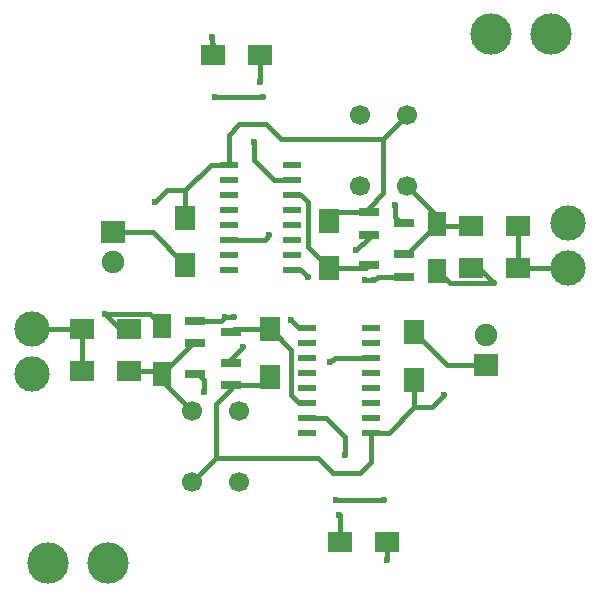
<source format=gbl>
G04 #@! TF.FileFunction,Copper,L2,Bot,Signal*
%FSLAX46Y46*%
G04 Gerber Fmt 4.6, Leading zero omitted, Abs format (unit mm)*
G04 Created by KiCad (PCBNEW 0.201603210401+6634~43~ubuntu14.04.1-product) date mån 28 mar 2016 17:18:37*
%MOMM*%
G01*
G04 APERTURE LIST*
%ADD10C,0.050000*%
%ADD11R,1.500000X0.600000*%
%ADD12R,2.000000X1.700000*%
%ADD13R,1.700000X2.000000*%
%ADD14R,1.800860X0.800100*%
%ADD15R,1.600000X2.000000*%
%ADD16C,3.500120*%
%ADD17C,1.700000*%
%ADD18C,2.999740*%
%ADD19R,2.000000X1.900000*%
%ADD20C,1.900000*%
%ADD21C,0.600000*%
%ADD22C,0.400000*%
G04 APERTURE END LIST*
D10*
D11*
X131033500Y-127444500D03*
X131033500Y-128714500D03*
X131033500Y-129984500D03*
X131033500Y-131254500D03*
X131033500Y-132524500D03*
X131033500Y-133794500D03*
X131033500Y-135064500D03*
X131033500Y-136334500D03*
X125633500Y-136334500D03*
X125633500Y-135064500D03*
X125633500Y-133794500D03*
X125633500Y-132524500D03*
X125633500Y-131254500D03*
X125633500Y-129984500D03*
X125633500Y-128714500D03*
X125633500Y-127444500D03*
D12*
X132365500Y-145605500D03*
X128365500Y-145605500D03*
D13*
X134683500Y-127857500D03*
X134683500Y-131857500D03*
X122491500Y-127603500D03*
X122491500Y-131603500D03*
D12*
X106521500Y-127571500D03*
X110521500Y-127571500D03*
D14*
X119166640Y-130431500D03*
X119166640Y-132331500D03*
X116164360Y-131381500D03*
X116164360Y-128775500D03*
X116164360Y-126875500D03*
X119166640Y-127825500D03*
D15*
X113347500Y-127349500D03*
X113347500Y-131349500D03*
D12*
X106521500Y-131127500D03*
X110521500Y-131127500D03*
D16*
X108775500Y-147383500D03*
X103695500Y-147383500D03*
D17*
X119887500Y-134525500D03*
X119887500Y-140525500D03*
X115887500Y-134525500D03*
X115887500Y-140525500D03*
D18*
X102323900Y-127596900D03*
X102323900Y-131406900D03*
D19*
X140779500Y-130619500D03*
D20*
X140779500Y-128079500D03*
D15*
X136652000Y-122650000D03*
X136652000Y-118650000D03*
D19*
X109220000Y-119380000D03*
D20*
X109220000Y-121920000D03*
D14*
X133835140Y-121224000D03*
X133835140Y-123124000D03*
X130832860Y-122174000D03*
X130832860Y-119568000D03*
X130832860Y-117668000D03*
X133835140Y-118618000D03*
D12*
X143478000Y-118872000D03*
X139478000Y-118872000D03*
X143478000Y-122428000D03*
X139478000Y-122428000D03*
D13*
X115316000Y-122142000D03*
X115316000Y-118142000D03*
D12*
X117634000Y-104394000D03*
X121634000Y-104394000D03*
D13*
X127508000Y-122396000D03*
X127508000Y-118396000D03*
D17*
X130112000Y-115474000D03*
X130112000Y-109474000D03*
X134112000Y-115474000D03*
X134112000Y-109474000D03*
D11*
X118966000Y-122555000D03*
X118966000Y-121285000D03*
X118966000Y-120015000D03*
X118966000Y-118745000D03*
X118966000Y-117475000D03*
X118966000Y-116205000D03*
X118966000Y-114935000D03*
X118966000Y-113665000D03*
X124366000Y-113665000D03*
X124366000Y-114935000D03*
X124366000Y-116205000D03*
X124366000Y-117475000D03*
X124366000Y-118745000D03*
X124366000Y-120015000D03*
X124366000Y-121285000D03*
X124366000Y-122555000D03*
D18*
X147675600Y-122402600D03*
X147675600Y-118592600D03*
D16*
X141224000Y-102616000D03*
X146304000Y-102616000D03*
D21*
X128079500Y-142049500D03*
X132143500Y-142049500D03*
X117856000Y-107950000D03*
X121920000Y-107950000D03*
X137223500Y-133159500D03*
X112776000Y-116840000D03*
X108521500Y-126301500D03*
X141478000Y-123698000D03*
X119443500Y-126555500D03*
X118681500Y-126555500D03*
X124269500Y-126809500D03*
X130556000Y-123444000D03*
X125730000Y-123190000D03*
X131318000Y-123444000D03*
X116903500Y-132905500D03*
X133096000Y-117094000D03*
X120205500Y-129095500D03*
X129794000Y-120904000D03*
X127571500Y-130365500D03*
X122428000Y-119634000D03*
X132397500Y-147129500D03*
X117602000Y-102870000D03*
X128841500Y-138239500D03*
X128333500Y-143319500D03*
X121666000Y-106680000D03*
X121158000Y-111760000D03*
D22*
X102323900Y-127596900D02*
X102990900Y-127596900D01*
X102990900Y-127596900D02*
X103016300Y-127571500D01*
X103016300Y-127571500D02*
X106521500Y-127571500D01*
X106521500Y-127571500D02*
X106521500Y-131127500D01*
X143478000Y-122428000D02*
X143478000Y-118872000D01*
X147675600Y-122402600D02*
X147008600Y-122402600D01*
X147008600Y-122402600D02*
X146983200Y-122428000D01*
X146983200Y-122428000D02*
X143478000Y-122428000D01*
X128079500Y-142049500D02*
X132143500Y-142049500D01*
X121920000Y-107950000D02*
X117856000Y-107950000D01*
X119166640Y-132331500D02*
X119166640Y-132674360D01*
X121763500Y-132331500D02*
X122491500Y-131603500D01*
X119166640Y-132331500D02*
X121763500Y-132331500D01*
X117919500Y-138493500D02*
X115887500Y-140525500D01*
X117919500Y-133921500D02*
X117919500Y-138493500D01*
X119166640Y-132674360D02*
X117919500Y-133921500D01*
X117919500Y-138493500D02*
X126555500Y-138493500D01*
X132524500Y-136334500D02*
X134683500Y-134175500D01*
X131033500Y-136334500D02*
X132524500Y-136334500D01*
X126555500Y-138493500D02*
X127825500Y-139763500D01*
X127825500Y-139763500D02*
X130111500Y-139763500D01*
X130111500Y-139763500D02*
X131033500Y-138841500D01*
X131033500Y-138841500D02*
X131033500Y-136334500D01*
X134683500Y-134175500D02*
X134683500Y-131857500D01*
X136207500Y-134175500D02*
X137223500Y-133159500D01*
X134683500Y-134175500D02*
X136207500Y-134175500D01*
X115316000Y-115824000D02*
X113792000Y-115824000D01*
X113792000Y-115824000D02*
X112776000Y-116840000D01*
X118966000Y-113665000D02*
X117475000Y-113665000D01*
X115316000Y-115824000D02*
X115316000Y-118142000D01*
X117475000Y-113665000D02*
X115316000Y-115824000D01*
X132080000Y-111506000D02*
X123444000Y-111506000D01*
X118966000Y-111158000D02*
X118966000Y-113665000D01*
X119888000Y-110236000D02*
X118966000Y-111158000D01*
X122174000Y-110236000D02*
X119888000Y-110236000D01*
X123444000Y-111506000D02*
X122174000Y-110236000D01*
X130832860Y-117668000D02*
X128236000Y-117668000D01*
X128236000Y-117668000D02*
X127508000Y-118396000D01*
X130832860Y-117668000D02*
X130832860Y-117325140D01*
X130832860Y-117325140D02*
X132080000Y-116078000D01*
X132080000Y-116078000D02*
X132080000Y-111506000D01*
X132080000Y-111506000D02*
X134112000Y-109474000D01*
X113125500Y-127571500D02*
X113347500Y-127349500D01*
X108521500Y-126301500D02*
X109791500Y-127571500D01*
X112299500Y-126301500D02*
X113347500Y-127349500D01*
X108521500Y-126301500D02*
X112299500Y-126301500D01*
X109791500Y-127571500D02*
X110521500Y-127571500D01*
X141478000Y-123698000D02*
X137700000Y-123698000D01*
X137700000Y-123698000D02*
X136652000Y-122650000D01*
X136874000Y-122428000D02*
X136652000Y-122650000D01*
X141478000Y-123698000D02*
X140208000Y-122428000D01*
X140208000Y-122428000D02*
X139478000Y-122428000D01*
X113125500Y-131127500D02*
X113347500Y-131349500D01*
X113347500Y-131985500D02*
X115887500Y-134525500D01*
X113347500Y-131349500D02*
X113347500Y-131985500D01*
X115921500Y-128775500D02*
X113347500Y-131349500D01*
X116164360Y-128775500D02*
X115921500Y-128775500D01*
X110521500Y-131127500D02*
X113125500Y-131127500D01*
X133835140Y-121224000D02*
X134078000Y-121224000D01*
X134078000Y-121224000D02*
X136652000Y-118650000D01*
X136652000Y-118650000D02*
X136652000Y-118014000D01*
X136652000Y-118014000D02*
X134112000Y-115474000D01*
X139478000Y-118872000D02*
X136874000Y-118872000D01*
X136874000Y-118872000D02*
X136652000Y-118650000D01*
X124904500Y-127444500D02*
X124269500Y-126809500D01*
X125633500Y-127444500D02*
X124904500Y-127444500D01*
X118681500Y-126555500D02*
X118361500Y-126875500D01*
X118681500Y-126555500D02*
X119443500Y-126555500D01*
X118361500Y-126875500D02*
X116164360Y-126875500D01*
X131318000Y-123444000D02*
X130556000Y-123444000D01*
X124366000Y-122555000D02*
X125095000Y-122555000D01*
X125095000Y-122555000D02*
X125730000Y-123190000D01*
X131638000Y-123124000D02*
X133835140Y-123124000D01*
X131318000Y-123444000D02*
X131638000Y-123124000D01*
X116395500Y-131381500D02*
X116164360Y-131381500D01*
X116903500Y-131889500D02*
X116395500Y-131381500D01*
X116903500Y-132905500D02*
X116903500Y-131889500D01*
X133096000Y-117094000D02*
X133096000Y-118110000D01*
X133096000Y-118110000D02*
X133604000Y-118618000D01*
X133604000Y-118618000D02*
X133835140Y-118618000D01*
X137445500Y-130619500D02*
X134683500Y-127857500D01*
X140779500Y-130619500D02*
X137445500Y-130619500D01*
X109220000Y-119380000D02*
X112554000Y-119380000D01*
X112554000Y-119380000D02*
X115316000Y-122142000D01*
X124269500Y-129349500D02*
X124269500Y-133159500D01*
X122523500Y-127603500D02*
X124269500Y-129349500D01*
X122491500Y-127603500D02*
X119388640Y-127603500D01*
X122491500Y-127603500D02*
X122523500Y-127603500D01*
X119388640Y-127603500D02*
X119166640Y-127825500D01*
X124269500Y-133159500D02*
X124904500Y-133794500D01*
X124904500Y-133794500D02*
X125633500Y-133794500D01*
X127508000Y-122396000D02*
X127476000Y-122396000D01*
X127476000Y-122396000D02*
X125730000Y-120650000D01*
X125730000Y-116840000D02*
X125095000Y-116205000D01*
X125730000Y-120650000D02*
X125730000Y-116840000D01*
X125095000Y-116205000D02*
X124366000Y-116205000D01*
X127508000Y-122396000D02*
X130610860Y-122396000D01*
X130610860Y-122396000D02*
X130832860Y-122174000D01*
X119166640Y-130134360D02*
X120205500Y-129095500D01*
X119166640Y-130431500D02*
X119166640Y-130134360D01*
X130832860Y-119568000D02*
X130832860Y-119865140D01*
X130832860Y-119865140D02*
X129794000Y-120904000D01*
X131033500Y-129984500D02*
X127952500Y-129984500D01*
X127952500Y-129984500D02*
X127571500Y-130365500D01*
X118966000Y-120015000D02*
X122047000Y-120015000D01*
X122047000Y-120015000D02*
X122428000Y-119634000D01*
X132365500Y-146589500D02*
X132397500Y-146621500D01*
X132397500Y-146621500D02*
X132397500Y-147129500D01*
X132365500Y-145605500D02*
X132365500Y-146589500D01*
X117634000Y-104394000D02*
X117634000Y-103410000D01*
X117602000Y-103378000D02*
X117602000Y-102870000D01*
X117634000Y-103410000D02*
X117602000Y-103378000D01*
X128333500Y-143319500D02*
X128365500Y-143351500D01*
X128365500Y-143351500D02*
X128365500Y-145605500D01*
X127190500Y-135064500D02*
X128841500Y-136715500D01*
X128841500Y-136715500D02*
X128841500Y-138239500D01*
X125633500Y-135064500D02*
X127190500Y-135064500D01*
X121634000Y-106648000D02*
X121634000Y-104394000D01*
X121666000Y-106680000D02*
X121634000Y-106648000D01*
X124366000Y-114935000D02*
X122809000Y-114935000D01*
X121158000Y-113284000D02*
X121158000Y-111760000D01*
X122809000Y-114935000D02*
X121158000Y-113284000D01*
M02*

</source>
